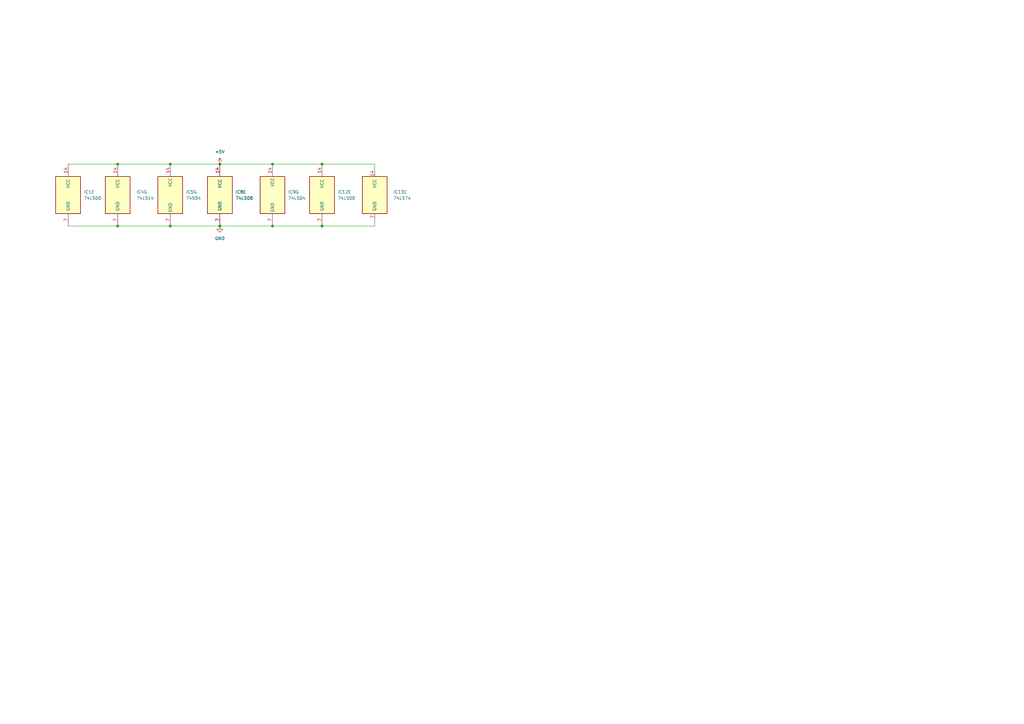
<source format=kicad_sch>
(kicad_sch (version 20250114) (generator "eeschema") (generator_version "9.0")
  (paper "A3")
  (title_block (title "Sharp MZ-80B Schematics") (date "14/FEB/2026") (rev "A") (company "Brett Hallen") (comment 4 "Redrawn from Service Manual"))
  (lib_symbols
    (symbol "74xx:74LS00" (pin_names (offset 1.016))
      (property "Reference" "U" (at 0 1.27 0))
      (property "Value" "74LS00" (at 0 -1.27 0))
      (symbol "74LS00_1_1"
        (arc (start 0 3.81) (mid 3.7934 0) (end 0 -3.81) (stroke (width 0.254)) (fill (type background)))
        (polyline (pts (xy 0 3.81) (xy -3.81 3.81) (xy -3.81 -3.81) (xy 0 -3.81)) (stroke (width 0.254)) (fill (type background)))
        (pin input line (at -7.62 2.54 0) (length 3.81) (name "~") (number "1"))
        (pin input line (at -7.62 -2.54 0) (length 3.81) (name "~") (number "2"))
        (pin output inverted (at 7.62 0 180) (length 3.81) (name "~") (number "3"))
      )
      (symbol "74LS00_1_2"
        (arc (start -3.81 3.81) (mid -2.589 0) (end -3.81 -3.81) (stroke (width 0.254)))
        (polyline (pts (xy -3.81 3.81) (xy -0.635 3.81)) (stroke (width 0.254)) (fill (type background)))
        (polyline (pts (xy -3.81 -3.81) (xy -0.635 -3.81)) (stroke (width 0.254)) (fill (type background)))
        (arc (start 3.81 0) (mid 2.1855 -2.584) (end -0.6096 -3.81) (stroke (width 0.254)) (fill (type background)))
        (arc (start -0.6096 3.81) (mid 2.1928 2.5924) (end 3.81 0) (stroke (width 0.254)) (fill (type background)))
        (polyline (pts (xy -0.635 3.81) (xy -3.81 3.81) (xy -3.81 3.81) (xy -3.556 3.4036) (xy -3.0226 2.2606) (xy -2.6924 1.0414) (xy -2.6162 -0.254) (xy -2.7686 -1.4986) (xy -3.175 -2.7178) (xy -3.81 -3.81) (xy -3.81 -3.81) (xy -0.635 -3.81)) (stroke (width -25.4)) (fill (type background)))
        (pin input inverted (at -7.62 2.54 0) (length 4.318) (name "~") (number "1"))
        (pin input inverted (at -7.62 -2.54 0) (length 4.318) (name "~") (number "2"))
        (pin output line (at 7.62 0 180) (length 3.81) (name "~") (number "3"))
      )
      (symbol "74LS00_2_1"
        (arc (start 0 3.81) (mid 3.7934 0) (end 0 -3.81) (stroke (width 0.254)) (fill (type background)))
        (polyline (pts (xy 0 3.81) (xy -3.81 3.81) (xy -3.81 -3.81) (xy 0 -3.81)) (stroke (width 0.254)) (fill (type background)))
        (pin input line (at -7.62 2.54 0) (length 3.81) (name "~") (number "4"))
        (pin input line (at -7.62 -2.54 0) (length 3.81) (name "~") (number "5"))
        (pin output inverted (at 7.62 0 180) (length 3.81) (name "~") (number "6"))
      )
      (symbol "74LS00_2_2"
        (arc (start -3.81 3.81) (mid -2.589 0) (end -3.81 -3.81) (stroke (width 0.254)))
        (polyline (pts (xy -3.81 3.81) (xy -0.635 3.81)) (stroke (width 0.254)) (fill (type background)))
        (polyline (pts (xy -3.81 -3.81) (xy -0.635 -3.81)) (stroke (width 0.254)) (fill (type background)))
        (arc (start 3.81 0) (mid 2.1855 -2.584) (end -0.6096 -3.81) (stroke (width 0.254)) (fill (type background)))
        (arc (start -0.6096 3.81) (mid 2.1928 2.5924) (end 3.81 0) (stroke (width 0.254)) (fill (type background)))
        (polyline (pts (xy -0.635 3.81) (xy -3.81 3.81) (xy -3.81 3.81) (xy -3.556 3.4036) (xy -3.0226 2.2606) (xy -2.6924 1.0414) (xy -2.6162 -0.254) (xy -2.7686 -1.4986) (xy -3.175 -2.7178) (xy -3.81 -3.81) (xy -3.81 -3.81) (xy -0.635 -3.81)) (stroke (width -25.4)) (fill (type background)))
        (pin input inverted (at -7.62 2.54 0) (length 4.318) (name "~") (number "4"))
        (pin input inverted (at -7.62 -2.54 0) (length 4.318) (name "~") (number "5"))
        (pin output line (at 7.62 0 180) (length 3.81) (name "~") (number "6"))
      )
      (symbol "74LS00_3_1"
        (arc (start 0 3.81) (mid 3.7934 0) (end 0 -3.81) (stroke (width 0.254)) (fill (type background)))
        (polyline (pts (xy 0 3.81) (xy -3.81 3.81) (xy -3.81 -3.81) (xy 0 -3.81)) (stroke (width 0.254)) (fill (type background)))
        (pin input line (at -7.62 2.54 0) (length 3.81) (name "~") (number "9"))
        (pin input line (at -7.62 -2.54 0) (length 3.81) (name "~") (number "10"))
        (pin output inverted (at 7.62 0 180) (length 3.81) (name "~") (number "8"))
      )
      (symbol "74LS00_3_2"
        (arc (start -3.81 3.81) (mid -2.589 0) (end -3.81 -3.81) (stroke (width 0.254)))
        (polyline (pts (xy -3.81 3.81) (xy -0.635 3.81)) (stroke (width 0.254)) (fill (type background)))
        (polyline (pts (xy -3.81 -3.81) (xy -0.635 -3.81)) (stroke (width 0.254)) (fill (type background)))
        (arc (start 3.81 0) (mid 2.1855 -2.584) (end -0.6096 -3.81) (stroke (width 0.254)) (fill (type background)))
        (arc (start -0.6096 3.81) (mid 2.1928 2.5924) (end 3.81 0) (stroke (width 0.254)) (fill (type background)))
        (polyline (pts (xy -0.635 3.81) (xy -3.81 3.81) (xy -3.81 3.81) (xy -3.556 3.4036) (xy -3.0226 2.2606) (xy -2.6924 1.0414) (xy -2.6162 -0.254) (xy -2.7686 -1.4986) (xy -3.175 -2.7178) (xy -3.81 -3.81) (xy -3.81 -3.81) (xy -0.635 -3.81)) (stroke (width -25.4)) (fill (type background)))
        (pin input inverted (at -7.62 2.54 0) (length 4.318) (name "~") (number "9"))
        (pin input inverted (at -7.62 -2.54 0) (length 4.318) (name "~") (number "10"))
        (pin output line (at 7.62 0 180) (length 3.81) (name "~") (number "8"))
      )
      (symbol "74LS00_4_1"
        (arc (start 0 3.81) (mid 3.7934 0) (end 0 -3.81) (stroke (width 0.254)) (fill (type background)))
        (polyline (pts (xy 0 3.81) (xy -3.81 3.81) (xy -3.81 -3.81) (xy 0 -3.81)) (stroke (width 0.254)) (fill (type background)))
        (pin input line (at -7.62 2.54 0) (length 3.81) (name "~") (number "12"))
        (pin input line (at -7.62 -2.54 0) (length 3.81) (name "~") (number "13"))
        (pin output inverted (at 7.62 0 180) (length 3.81) (name "~") (number "11"))
      )
      (symbol "74LS00_4_2"
        (arc (start -3.81 3.81) (mid -2.589 0) (end -3.81 -3.81) (stroke (width 0.254)))
        (polyline (pts (xy -3.81 3.81) (xy -0.635 3.81)) (stroke (width 0.254)) (fill (type background)))
        (polyline (pts (xy -3.81 -3.81) (xy -0.635 -3.81)) (stroke (width 0.254)) (fill (type background)))
        (arc (start 3.81 0) (mid 2.1855 -2.584) (end -0.6096 -3.81) (stroke (width 0.254)) (fill (type background)))
        (arc (start -0.6096 3.81) (mid 2.1928 2.5924) (end 3.81 0) (stroke (width 0.254)) (fill (type background)))
        (polyline (pts (xy -0.635 3.81) (xy -3.81 3.81) (xy -3.81 3.81) (xy -3.556 3.4036) (xy -3.0226 2.2606) (xy -2.6924 1.0414) (xy -2.6162 -0.254) (xy -2.7686 -1.4986) (xy -3.175 -2.7178) (xy -3.81 -3.81) (xy -3.81 -3.81) (xy -0.635 -3.81)) (stroke (width -25.4)) (fill (type background)))
        (pin input inverted (at -7.62 2.54 0) (length 4.318) (name "~") (number "12"))
        (pin input inverted (at -7.62 -2.54 0) (length 4.318) (name "~") (number "13"))
        (pin output line (at 7.62 0 180) (length 3.81) (name "~") (number "11"))
      )
      (symbol "74LS00_5_0"
        (pin power_in line (at 0 12.7 270) (length 5.08) (name "VCC") (number "14"))
        (pin power_in line (at 0 -12.7 90) (length 5.08) (name "GND") (number "7"))
      )
      (symbol "74LS00_5_1"
        (rectangle (start -5.08 7.62) (end 5.08 -7.62) (stroke (width 0.254)) (fill (type background)))
      )
    )
    (symbol "74xx:74LS04"
      (property "Reference" "U" (at 0 1.27 0))
      (property "Value" "74LS04" (at 0 -1.27 0))
      (symbol "74LS04_1_0"
        (polyline (pts (xy -3.81 3.81) (xy -3.81 -3.81) (xy 3.81 0) (xy -3.81 3.81)) (stroke (width 0.254)) (fill (type background)))
        (pin input line (at -7.62 0 0) (length 3.81) (name "~") (number "1"))
        (pin output inverted (at 7.62 0 180) (length 3.81) (name "~") (number "2"))
      )
      (symbol "74LS04_2_0"
        (polyline (pts (xy -3.81 3.81) (xy -3.81 -3.81) (xy 3.81 0) (xy -3.81 3.81)) (stroke (width 0.254)) (fill (type background)))
        (pin input line (at -7.62 0 0) (length 3.81) (name "~") (number "3"))
        (pin output inverted (at 7.62 0 180) (length 3.81) (name "~") (number "4"))
      )
      (symbol "74LS04_3_0"
        (polyline (pts (xy -3.81 3.81) (xy -3.81 -3.81) (xy 3.81 0) (xy -3.81 3.81)) (stroke (width 0.254)) (fill (type background)))
        (pin input line (at -7.62 0 0) (length 3.81) (name "~") (number "5"))
        (pin output inverted (at 7.62 0 180) (length 3.81) (name "~") (number "6"))
      )
      (symbol "74LS04_4_0"
        (polyline (pts (xy -3.81 3.81) (xy -3.81 -3.81) (xy 3.81 0) (xy -3.81 3.81)) (stroke (width 0.254)) (fill (type background)))
        (pin input line (at -7.62 0 0) (length 3.81) (name "~") (number "9"))
        (pin output inverted (at 7.62 0 180) (length 3.81) (name "~") (number "8"))
      )
      (symbol "74LS04_5_0"
        (polyline (pts (xy -3.81 3.81) (xy -3.81 -3.81) (xy 3.81 0) (xy -3.81 3.81)) (stroke (width 0.254)) (fill (type background)))
        (pin input line (at -7.62 0 0) (length 3.81) (name "~") (number "11"))
        (pin output inverted (at 7.62 0 180) (length 3.81) (name "~") (number "10"))
      )
      (symbol "74LS04_6_0"
        (polyline (pts (xy -3.81 3.81) (xy -3.81 -3.81) (xy 3.81 0) (xy -3.81 3.81)) (stroke (width 0.254)) (fill (type background)))
        (pin input line (at -7.62 0 0) (length 3.81) (name "~") (number "13"))
        (pin output inverted (at 7.62 0 180) (length 3.81) (name "~") (number "12"))
      )
      (symbol "74LS04_7_0"
        (pin power_in line (at 0 12.7 270) (length 5.08) (name "VCC") (number "14"))
        (pin power_in line (at 0 -12.7 90) (length 5.08) (name "GND") (number "7"))
      )
      (symbol "74LS04_7_1"
        (rectangle (start -5.08 7.62) (end 5.08 -7.62) (stroke (width 0.254)) (fill (type background)))
      )
    )
    (symbol "74xx:74LS08" (pin_names (offset 1.016))
      (property "Reference" "U" (at 0 1.27 0))
      (property "Value" "74LS08" (at 0 -1.27 0))
      (symbol "74LS08_1_1"
        (arc (start 0 3.81) (mid 3.7934 0) (end 0 -3.81) (stroke (width 0.254)) (fill (type background)))
        (polyline (pts (xy 0 3.81) (xy -3.81 3.81) (xy -3.81 -3.81) (xy 0 -3.81)) (stroke (width 0.254)) (fill (type background)))
        (pin input line (at -7.62 2.54 0) (length 3.81) (name "~") (number "1"))
        (pin input line (at -7.62 -2.54 0) (length 3.81) (name "~") (number "2"))
        (pin output line (at 7.62 0 180) (length 3.81) (name "~") (number "3"))
      )
      (symbol "74LS08_1_2"
        (arc (start -3.81 3.81) (mid -2.589 0) (end -3.81 -3.81) (stroke (width 0.254)))
        (polyline (pts (xy -3.81 3.81) (xy -0.635 3.81)) (stroke (width 0.254)) (fill (type background)))
        (polyline (pts (xy -3.81 -3.81) (xy -0.635 -3.81)) (stroke (width 0.254)) (fill (type background)))
        (arc (start 3.81 0) (mid 2.1855 -2.584) (end -0.6096 -3.81) (stroke (width 0.254)) (fill (type background)))
        (arc (start -0.6096 3.81) (mid 2.1928 2.5924) (end 3.81 0) (stroke (width 0.254)) (fill (type background)))
        (polyline (pts (xy -0.635 3.81) (xy -3.81 3.81) (xy -3.81 3.81) (xy -3.556 3.4036) (xy -3.0226 2.2606) (xy -2.6924 1.0414) (xy -2.6162 -0.254) (xy -2.7686 -1.4986) (xy -3.175 -2.7178) (xy -3.81 -3.81) (xy -3.81 -3.81) (xy -0.635 -3.81)) (stroke (width -25.4)) (fill (type background)))
        (pin input inverted (at -7.62 2.54 0) (length 4.318) (name "~") (number "1"))
        (pin input inverted (at -7.62 -2.54 0) (length 4.318) (name "~") (number "2"))
        (pin output inverted (at 7.62 0 180) (length 3.81) (name "~") (number "3"))
      )
      (symbol "74LS08_2_1"
        (arc (start 0 3.81) (mid 3.7934 0) (end 0 -3.81) (stroke (width 0.254)) (fill (type background)))
        (polyline (pts (xy 0 3.81) (xy -3.81 3.81) (xy -3.81 -3.81) (xy 0 -3.81)) (stroke (width 0.254)) (fill (type background)))
        (pin input line (at -7.62 2.54 0) (length 3.81) (name "~") (number "4"))
        (pin input line (at -7.62 -2.54 0) (length 3.81) (name "~") (number "5"))
        (pin output line (at 7.62 0 180) (length 3.81) (name "~") (number "6"))
      )
      (symbol "74LS08_2_2"
        (arc (start -3.81 3.81) (mid -2.589 0) (end -3.81 -3.81) (stroke (width 0.254)))
        (polyline (pts (xy -3.81 3.81) (xy -0.635 3.81)) (stroke (width 0.254)) (fill (type background)))
        (polyline (pts (xy -3.81 -3.81) (xy -0.635 -3.81)) (stroke (width 0.254)) (fill (type background)))
        (arc (start 3.81 0) (mid 2.1855 -2.584) (end -0.6096 -3.81) (stroke (width 0.254)) (fill (type background)))
        (arc (start -0.6096 3.81) (mid 2.1928 2.5924) (end 3.81 0) (stroke (width 0.254)) (fill (type background)))
        (polyline (pts (xy -0.635 3.81) (xy -3.81 3.81) (xy -3.81 3.81) (xy -3.556 3.4036) (xy -3.0226 2.2606) (xy -2.6924 1.0414) (xy -2.6162 -0.254) (xy -2.7686 -1.4986) (xy -3.175 -2.7178) (xy -3.81 -3.81) (xy -3.81 -3.81) (xy -0.635 -3.81)) (stroke (width -25.4)) (fill (type background)))
        (pin input inverted (at -7.62 2.54 0) (length 4.318) (name "~") (number "4"))
        (pin input inverted (at -7.62 -2.54 0) (length 4.318) (name "~") (number "5"))
        (pin output inverted (at 7.62 0 180) (length 3.81) (name "~") (number "6"))
      )
      (symbol "74LS08_3_1"
        (arc (start 0 3.81) (mid 3.7934 0) (end 0 -3.81) (stroke (width 0.254)) (fill (type background)))
        (polyline (pts (xy 0 3.81) (xy -3.81 3.81) (xy -3.81 -3.81) (xy 0 -3.81)) (stroke (width 0.254)) (fill (type background)))
        (pin input line (at -7.62 2.54 0) (length 3.81) (name "~") (number "9"))
        (pin input line (at -7.62 -2.54 0) (length 3.81) (name "~") (number "10"))
        (pin output line (at 7.62 0 180) (length 3.81) (name "~") (number "8"))
      )
      (symbol "74LS08_3_2"
        (arc (start -3.81 3.81) (mid -2.589 0) (end -3.81 -3.81) (stroke (width 0.254)))
        (polyline (pts (xy -3.81 3.81) (xy -0.635 3.81)) (stroke (width 0.254)) (fill (type background)))
        (polyline (pts (xy -3.81 -3.81) (xy -0.635 -3.81)) (stroke (width 0.254)) (fill (type background)))
        (arc (start 3.81 0) (mid 2.1855 -2.584) (end -0.6096 -3.81) (stroke (width 0.254)) (fill (type background)))
        (arc (start -0.6096 3.81) (mid 2.1928 2.5924) (end 3.81 0) (stroke (width 0.254)) (fill (type background)))
        (polyline (pts (xy -0.635 3.81) (xy -3.81 3.81) (xy -3.81 3.81) (xy -3.556 3.4036) (xy -3.0226 2.2606) (xy -2.6924 1.0414) (xy -2.6162 -0.254) (xy -2.7686 -1.4986) (xy -3.175 -2.7178) (xy -3.81 -3.81) (xy -3.81 -3.81) (xy -0.635 -3.81)) (stroke (width -25.4)) (fill (type background)))
        (pin input inverted (at -7.62 2.54 0) (length 4.318) (name "~") (number "9"))
        (pin input inverted (at -7.62 -2.54 0) (length 4.318) (name "~") (number "10"))
        (pin output inverted (at 7.62 0 180) (length 3.81) (name "~") (number "8"))
      )
      (symbol "74LS08_4_1"
        (arc (start 0 3.81) (mid 3.7934 0) (end 0 -3.81) (stroke (width 0.254)) (fill (type background)))
        (polyline (pts (xy 0 3.81) (xy -3.81 3.81) (xy -3.81 -3.81) (xy 0 -3.81)) (stroke (width 0.254)) (fill (type background)))
        (pin input line (at -7.62 2.54 0) (length 3.81) (name "~") (number "12"))
        (pin input line (at -7.62 -2.54 0) (length 3.81) (name "~") (number "13"))
        (pin output line (at 7.62 0 180) (length 3.81) (name "~") (number "11"))
      )
      (symbol "74LS08_4_2"
        (arc (start -3.81 3.81) (mid -2.589 0) (end -3.81 -3.81) (stroke (width 0.254)))
        (polyline (pts (xy -3.81 3.81) (xy -0.635 3.81)) (stroke (width 0.254)) (fill (type background)))
        (polyline (pts (xy -3.81 -3.81) (xy -0.635 -3.81)) (stroke (width 0.254)) (fill (type background)))
        (arc (start 3.81 0) (mid 2.1855 -2.584) (end -0.6096 -3.81) (stroke (width 0.254)) (fill (type background)))
        (arc (start -0.6096 3.81) (mid 2.1928 2.5924) (end 3.81 0) (stroke (width 0.254)) (fill (type background)))
        (polyline (pts (xy -0.635 3.81) (xy -3.81 3.81) (xy -3.81 3.81) (xy -3.556 3.4036) (xy -3.0226 2.2606) (xy -2.6924 1.0414) (xy -2.6162 -0.254) (xy -2.7686 -1.4986) (xy -3.175 -2.7178) (xy -3.81 -3.81) (xy -3.81 -3.81) (xy -0.635 -3.81)) (stroke (width -25.4)) (fill (type background)))
        (pin input inverted (at -7.62 2.54 0) (length 4.318) (name "~") (number "12"))
        (pin input inverted (at -7.62 -2.54 0) (length 4.318) (name "~") (number "13"))
        (pin output inverted (at 7.62 0 180) (length 3.81) (name "~") (number "11"))
      )
      (symbol "74LS08_5_0"
        (pin power_in line (at 0 12.7 270) (length 5.08) (name "VCC") (number "14"))
        (pin power_in line (at 0 -12.7 90) (length 5.08) (name "GND") (number "7"))
      )
      (symbol "74LS08_5_1"
        (rectangle (start -5.08 7.62) (end 5.08 -7.62) (stroke (width 0.254)) (fill (type background)))
      )
    )
    (symbol "74xx:74LS14" (pin_names (offset 1.016))
      (property "Reference" "U" (at 0 1.27 0))
      (property "Value" "74LS14" (at 0 -1.27 0))
      (symbol "74LS14_1_0"
        (polyline (pts (xy -3.81 3.81) (xy -3.81 -3.81) (xy 3.81 0) (xy -3.81 3.81)) (stroke (width 0.254)) (fill (type background)))
        (pin input line (at -7.62 0 0) (length 3.81) (name "~") (number "1"))
        (pin output inverted (at 7.62 0 180) (length 3.81) (name "~") (number "2"))
      )
      (symbol "74LS14_1_1"
        (polyline (pts (xy -2.54 -1.27) (xy -0.635 -1.27) (xy -0.635 1.27) (xy 0 1.27)))
        (polyline (pts (xy -1.905 -1.27) (xy -1.905 1.27) (xy -0.635 1.27)))
      )
      (symbol "74LS14_2_0"
        (polyline (pts (xy -3.81 3.81) (xy -3.81 -3.81) (xy 3.81 0) (xy -3.81 3.81)) (stroke (width 0.254)) (fill (type background)))
        (pin input line (at -7.62 0 0) (length 3.81) (name "~") (number "3"))
        (pin output inverted (at 7.62 0 180) (length 3.81) (name "~") (number "4"))
      )
      (symbol "74LS14_2_1"
        (polyline (pts (xy -2.54 -1.27) (xy -0.635 -1.27) (xy -0.635 1.27) (xy 0 1.27)))
        (polyline (pts (xy -1.905 -1.27) (xy -1.905 1.27) (xy -0.635 1.27)))
      )
      (symbol "74LS14_3_0"
        (polyline (pts (xy -3.81 3.81) (xy -3.81 -3.81) (xy 3.81 0) (xy -3.81 3.81)) (stroke (width 0.254)) (fill (type background)))
        (pin input line (at -7.62 0 0) (length 3.81) (name "~") (number "5"))
        (pin output inverted (at 7.62 0 180) (length 3.81) (name "~") (number "6"))
      )
      (symbol "74LS14_3_1"
        (polyline (pts (xy -2.54 -1.27) (xy -0.635 -1.27) (xy -0.635 1.27) (xy 0 1.27)))
        (polyline (pts (xy -1.905 -1.27) (xy -1.905 1.27) (xy -0.635 1.27)))
      )
      (symbol "74LS14_4_0"
        (polyline (pts (xy -3.81 3.81) (xy -3.81 -3.81) (xy 3.81 0) (xy -3.81 3.81)) (stroke (width 0.254)) (fill (type background)))
        (pin input line (at -7.62 0 0) (length 3.81) (name "~") (number "9"))
        (pin output inverted (at 7.62 0 180) (length 3.81) (name "~") (number "8"))
      )
      (symbol "74LS14_4_1"
        (polyline (pts (xy -2.54 -1.27) (xy -0.635 -1.27) (xy -0.635 1.27) (xy 0 1.27)))
        (polyline (pts (xy -1.905 -1.27) (xy -1.905 1.27) (xy -0.635 1.27)))
      )
      (symbol "74LS14_5_0"
        (polyline (pts (xy -3.81 3.81) (xy -3.81 -3.81) (xy 3.81 0) (xy -3.81 3.81)) (stroke (width 0.254)) (fill (type background)))
        (pin input line (at -7.62 0 0) (length 3.81) (name "~") (number "11"))
        (pin output inverted (at 7.62 0 180) (length 3.81) (name "~") (number "10"))
      )
      (symbol "74LS14_5_1"
        (polyline (pts (xy -2.54 -1.27) (xy -0.635 -1.27) (xy -0.635 1.27) (xy 0 1.27)))
        (polyline (pts (xy -1.905 -1.27) (xy -1.905 1.27) (xy -0.635 1.27)))
      )
      (symbol "74LS14_6_0"
        (polyline (pts (xy -3.81 3.81) (xy -3.81 -3.81) (xy 3.81 0) (xy -3.81 3.81)) (stroke (width 0.254)) (fill (type background)))
        (pin input line (at -7.62 0 0) (length 3.81) (name "~") (number "13"))
        (pin output inverted (at 7.62 0 180) (length 3.81) (name "~") (number "12"))
      )
      (symbol "74LS14_6_1"
        (polyline (pts (xy -2.54 -1.27) (xy -0.635 -1.27) (xy -0.635 1.27) (xy 0 1.27)))
        (polyline (pts (xy -1.905 -1.27) (xy -1.905 1.27) (xy -0.635 1.27)))
      )
      (symbol "74LS14_7_0"
        (pin power_in line (at 0 12.7 270) (length 5.08) (name "VCC") (number "14"))
        (pin power_in line (at 0 -12.7 90) (length 5.08) (name "GND") (number "7"))
      )
      (symbol "74LS14_7_1"
        (rectangle (start -5.08 7.62) (end 5.08 -7.62) (stroke (width 0.254)) (fill (type background)))
      )
    )
    (symbol "74xx:74LS74" (pin_names (offset 1.016))
      (property "Reference" "U" (at -7.62 8.89 0))
      (property "Value" "74LS74" (at -7.62 -8.89 0))
      (symbol "74LS74_1_0"
        (pin input line (at -7.62 2.54 0) (length 2.54) (name "D") (number "2"))
        (pin input clock (at -7.62 0 0) (length 2.54) (name "C") (number "3"))
        (pin input line (at 0 7.62 270) (length 2.54) (name "~{S}") (number "4"))
        (pin input line (at 0 -7.62 90) (length 2.54) (name "~{R}") (number "1"))
        (pin output line (at 7.62 2.54 180) (length 2.54) (name "Q") (number "5"))
        (pin output line (at 7.62 -2.54 180) (length 2.54) (name "~{Q}") (number "6"))
      )
      (symbol "74LS74_1_1"
        (rectangle (start -5.08 5.08) (end 5.08 -5.08) (stroke (width 0.254)) (fill (type background)))
      )
      (symbol "74LS74_2_0"
        (pin input line (at -7.62 2.54 0) (length 2.54) (name "D") (number "12"))
        (pin input clock (at -7.62 0 0) (length 2.54) (name "C") (number "11"))
        (pin input line (at 0 7.62 270) (length 2.54) (name "~{S}") (number "10"))
        (pin input line (at 0 -7.62 90) (length 2.54) (name "~{R}") (number "13"))
        (pin output line (at 7.62 2.54 180) (length 2.54) (name "Q") (number "9"))
        (pin output line (at 7.62 -2.54 180) (length 2.54) (name "~{Q}") (number "8"))
      )
      (symbol "74LS74_2_1"
        (rectangle (start -5.08 5.08) (end 5.08 -5.08) (stroke (width 0.254)) (fill (type background)))
      )
      (symbol "74LS74_3_0"
        (pin power_in line (at 0 10.16 270) (length 2.54) (name "VCC") (number "14"))
        (pin power_in line (at 0 -10.16 90) (length 2.54) (name "GND") (number "7"))
      )
      (symbol "74LS74_3_1"
        (rectangle (start -5.08 7.62) (end 5.08 -7.62) (stroke (width 0.254)) (fill (type background)))
      )
    )
    (symbol "power:+5V" (power) (pin_numbers (hide yes)) (pin_names (offset 0) (hide yes))
      (property "Value" "+5V" (at 0 3.556 0))
      (symbol "+5V_0_1"
        (polyline (pts (xy -0.762 1.27) (xy 0 2.54)))
        (polyline (pts (xy 0 2.54) (xy 0.762 1.27)))
        (polyline (pts (xy 0 0) (xy 0 2.54)))
      )
      (symbol "+5V_1_1"
        (pin power_in line (at 0 0 90) (length 0) (name "~") (number "1"))
      )
    )
    (symbol "power:GND" (power) (pin_numbers (hide yes)) (pin_names (offset 0) (hide yes))
      (property "Value" "GND" (at 0 -3.81 0))
      (symbol "GND_0_1"
        (polyline (pts (xy 0 0) (xy 0 -1.27) (xy 1.27 -1.27) (xy 0 -2.54) (xy -1.27 -1.27) (xy 0 -1.27)))
      )
      (symbol "GND_1_1"
        (pin power_in line (at 0 0 270) (length 0) (name "~") (number "1"))
      )
    )
  )
  (junction (at 48.26 67.31))
  (junction (at 111.76 92.71))
  (junction (at 69.85 67.31))
  (junction (at 111.76 67.31))
  (junction (at 132.08 92.71))
  (junction (at 48.26 92.71))
  (junction (at 132.08 67.31))
  (junction (at 90.17 67.31))
  (junction (at 90.17 92.71))
  (junction (at 69.85 92.71))
  (wire (pts (xy 153.67 67.31) (xy 153.67 69.85)))
  (wire (pts (xy 111.76 67.31) (xy 132.08 67.31)))
  (wire (pts (xy 27.94 67.31) (xy 48.26 67.31)))
  (wire (pts (xy 90.17 67.31) (xy 111.76 67.31)))
  (wire (pts (xy 132.08 92.71) (xy 153.67 92.71)))
  (wire (pts (xy 48.26 92.71) (xy 69.85 92.71)))
  (wire (pts (xy 132.08 67.31) (xy 153.67 67.31)))
  (wire (pts (xy 111.76 92.71) (xy 132.08 92.71)))
  (wire (pts (xy 48.26 67.31) (xy 69.85 67.31)))
  (wire (pts (xy 90.17 92.71) (xy 111.76 92.71)))
  (wire (pts (xy 69.85 92.71) (xy 90.17 92.71)))
  (wire (pts (xy 153.67 92.71) (xy 153.67 90.17)))
  (wire (pts (xy 69.85 67.31) (xy 90.17 67.31)))
  (wire (pts (xy 27.94 92.71) (xy 48.26 92.71)))
  (symbol (lib_id "74xx:74LS00") (at 27.94 80.01 0) (unit 5)
    (property "Reference" "IC1" (at 34.29 78.7399 0) (effects (justify left)))
    (property "Value" "74LS00" (at 34.29 81.2799 0) (effects (justify left)))
    (property "Datasheet" "http://www.ti.com/lit/gpn/sn74ls00" (effects (hide yes)))
    (property "Description" "quad 2-input NAND gate" (effects (hide yes)))
  )
  (symbol (lib_id "74xx:74LS04") (at 111.76 80.01 0) (unit 7)
    (property "Reference" "IC9" (at 118.11 78.7399 0) (effects (justify left)))
    (property "Value" "74LS04" (at 118.11 81.2799 0) (effects (justify left)))
    (property "Datasheet" "http://www.ti.com/lit/gpn/sn74LS04" (effects (hide yes)))
    (property "Description" "Hex Inverter" (effects (hide yes)))
  )
  (symbol (lib_id "74xx:74LS00") (at 132.08 80.01 0) (unit 5)
    (property "Reference" "IC12" (at 138.43 78.7399 0) (effects (justify left)))
    (property "Value" "74LS00" (at 138.43 81.2799 0) (effects (justify left)))
    (property "Datasheet" "http://www.ti.com/lit/gpn/sn74ls00" (effects (hide yes)))
    (property "Description" "quad 2-input NAND gate" (effects (hide yes)))
  )
  (symbol (lib_id "74xx:74LS04") (at 69.85 80.01 0) (unit 7)
    (property "Reference" "IC5" (at 76.2 78.7399 0) (effects (justify left)))
    (property "Value" "74S04" (at 76.2 81.2799 0) (effects (justify left)))
    (property "Datasheet" "http://www.ti.com/lit/gpn/sn74LS04" (effects (hide yes)))
    (property "Description" "Hex Inverter" (effects (hide yes)))
  )
  (symbol (lib_id "power:GND") (at 90.17 92.71 0) (unit 1)
    (property "Reference" "#PWR031" (effects (hide yes)))
    (property "Value" "GND" (at 90.17 97.79 0))
    (property "Description" "Power symbol creates a global label with name \"GND\" , ground" (effects (hide yes)))
  )
  (symbol (lib_id "74xx:74LS14") (at 48.26 80.01 0) (unit 7)
    (property "Reference" "IC4" (at 55.88 78.7399 0) (effects (justify left)))
    (property "Value" "74LS14" (at 55.88 81.2799 0) (effects (justify left)))
    (property "Datasheet" "http://www.ti.com/lit/gpn/sn74LS14" (effects (hide yes)))
    (property "Description" "Hex inverter schmitt trigger" (effects (hide yes)))
  )
  (symbol (lib_id "74xx:74LS08") (at 90.17 80.01 0) (unit 5)
    (property "Reference" "IC8" (at 96.52 78.7399 0) (effects (justify left)))
    (property "Value" "74LS08" (at 96.52 81.2799 0) (effects (justify left)))
    (property "Datasheet" "http://www.ti.com/lit/gpn/sn74LS08" (effects (hide yes)))
    (property "Description" "Quad And2" (effects (hide yes)))
  )
  (symbol (lib_id "power:+5V") (at 90.17 67.31 0) (unit 1)
    (property "Reference" "#PWR032" (effects (hide yes)))
    (property "Value" "+5V" (at 90.17 62.23 0))
    (property "Description" "Power symbol creates a global label with name \"+5V\"" (effects (hide yes)))
  )
  (symbol (lib_id "74xx:74LS74") (at 153.67 80.01 0) (unit 3)
    (property "Reference" "IC13" (at 161.29 78.7399 0) (effects (justify left)))
    (property "Value" "74LS74" (at 161.29 81.2799 0) (effects (justify left)))
    (property "Datasheet" "74xx/74hc_hct74.pdf" (effects (hide yes)))
    (property "Description" "Dual D Flip-flop, Set & Reset" (effects (hide yes)))
  )
)
</source>
